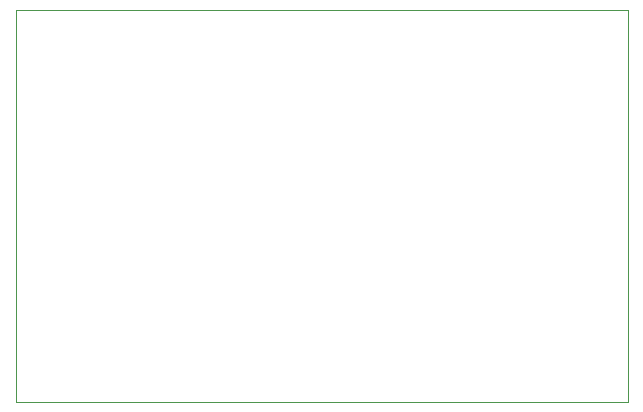
<source format=gbr>
%TF.GenerationSoftware,KiCad,Pcbnew,9.0.0*%
%TF.CreationDate,2025-04-04T13:24:18-04:00*%
%TF.ProjectId,esp32led,65737033-326c-4656-942e-6b696361645f,rev?*%
%TF.SameCoordinates,Original*%
%TF.FileFunction,Profile,NP*%
%FSLAX46Y46*%
G04 Gerber Fmt 4.6, Leading zero omitted, Abs format (unit mm)*
G04 Created by KiCad (PCBNEW 9.0.0) date 2025-04-04 13:24:18*
%MOMM*%
%LPD*%
G01*
G04 APERTURE LIST*
%TA.AperFunction,Profile*%
%ADD10C,0.050000*%
%TD*%
G04 APERTURE END LIST*
D10*
X149770000Y-49600000D02*
X201600000Y-49600000D01*
X201600000Y-82800000D01*
X149770000Y-82800000D01*
X149770000Y-49600000D01*
M02*

</source>
